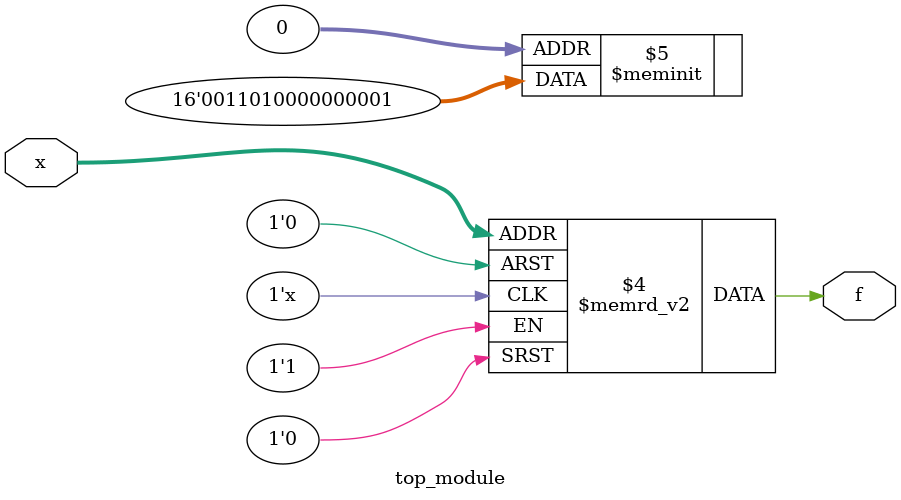
<source format=sv>
module top_module (
    input [4:1] x,
    output logic f
);

always_comb begin
    case (x)
        4'b0000, 4'b1010, 4'b1100, 4'b1101: f = 1'b1;
        4'b0001, 4'b0010, 4'b0011, 4'b0100, 4'b0101, 4'b0110, 4'b0111, 4'b1000, 4'b1001, 4'b1011, 4'b1110, 4'b1111: f = 1'b0;
    endcase
end

endmodule

</source>
